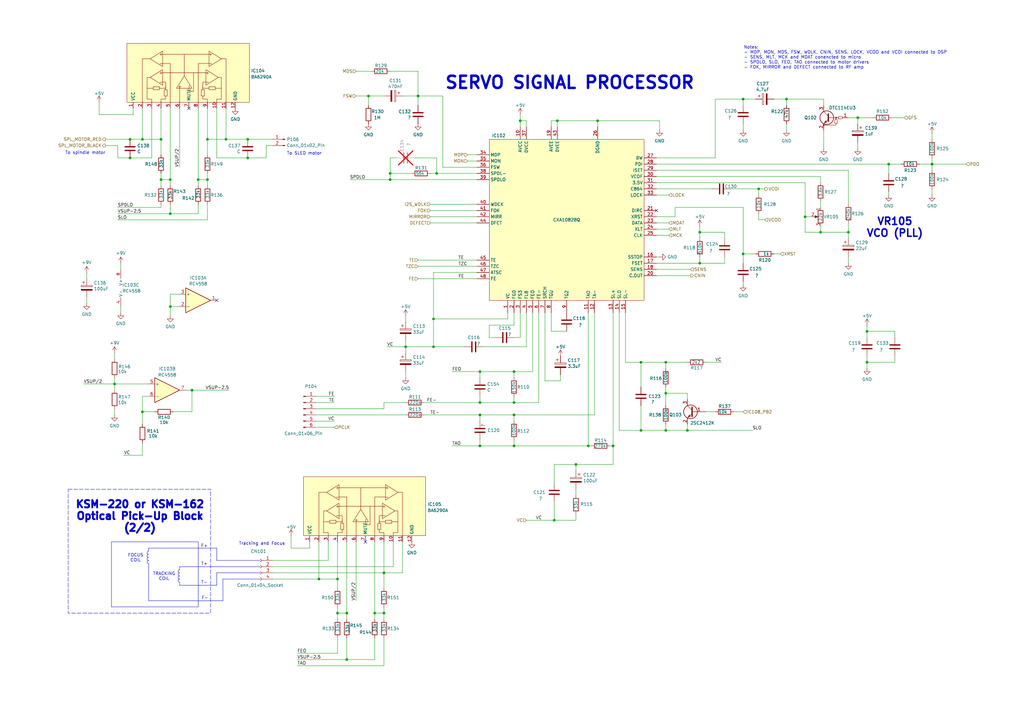
<source format=kicad_sch>
(kicad_sch (version 20231120) (generator "eeschema") (generator_version "8.0")
  (paper "A3")
  (title_block (title "PC-Engine CDR-30A (CD-ROM2) Schematics - MAIN PWR") (date "2024-07-19") (rev "0.2") (company "Author: Regis Galland"))
  (junction (at 210.82 182.88))
  (junction (at 138.43 237.49))
  (junction (at 69.85 87.63))
  (junction (at 287.02 107.95))
  (junction (at 304.8 40.64))
  (junction (at 210.82 165.1))
  (junction (at 166.37 142.24))
  (junction (at 262.89 148.59))
  (junction (at 85.09 57.15))
  (junction (at 228.6 49.53))
  (junction (at 262.89 176.53))
  (junction (at 101.6 64.77))
  (junction (at 196.85 182.88))
  (junction (at 85.09 73.66))
  (junction (at 58.42 168.91))
  (junction (at 153.67 251.46))
  (junction (at 236.22 190.5))
  (junction (at 210.82 152.4))
  (junction (at 160.02 71.12))
  (junction (at 196.85 152.4))
  (junction (at 78.74 160.02))
  (junction (at 138.43 251.46))
  (junction (at 179.07 71.12))
  (junction (at 382.27 67.31))
  (junction (at 355.6 148.59))
  (junction (at 92.71 57.15))
  (junction (at 273.05 148.59))
  (junction (at 177.8 142.24))
  (junction (at 53.34 64.77))
  (junction (at 311.15 77.47))
  (junction (at 130.81 237.49))
  (junction (at 245.11 49.53))
  (junction (at 273.05 161.29))
  (junction (at 171.45 39.37))
  (junction (at 213.36 49.53))
  (junction (at 69.85 125.73))
  (junction (at 177.8 130.81))
  (junction (at 81.28 73.66))
  (junction (at 46.99 157.48))
  (junction (at 151.13 39.37))
  (junction (at 69.85 73.66))
  (junction (at 304.8 104.14))
  (junction (at 330.2 88.9))
  (junction (at 273.05 176.53))
  (junction (at 322.58 40.64))
  (junction (at 53.34 57.15))
  (junction (at 347.98 95.25))
  (junction (at 196.85 165.1))
  (junction (at 196.85 170.18))
  (junction (at 157.48 251.46))
  (junction (at 251.46 182.88))
  (junction (at 364.49 67.31))
  (junction (at 66.04 57.15))
  (junction (at 58.42 57.15))
  (junction (at 142.24 251.46))
  (junction (at 227.33 213.36))
  (junction (at 66.04 73.66))
  (junction (at 241.3 182.88))
  (junction (at 287.02 95.25))
  (junction (at 336.55 95.25))
  (junction (at 157.48 234.95))
  (junction (at 210.82 170.18))
  (junction (at 281.94 176.53))
  (junction (at 351.79 48.26))
  (junction (at 355.6 135.89))
  (junction (at 160.02 73.66))
  (junction (at 101.6 57.15))
  (junction (at 142.24 270.51))
  (no_connect (at 149.86 222.25))
  (no_connect (at 269.24 86.36))
  (no_connect (at 88.9 123.19))
  (no_connect (at 77.47 44.45))
  (wire (pts (xy 332.74 88.9) (xy 330.2 88.9)))
  (wire (pts (xy 48.26 64.77) (xy 48.26 59.69)))
  (polyline (pts (xy 88.9 229.87) (xy 106.68 229.87)))
  (wire (pts (xy 355.6 148.59) (xy 367.03 148.59)))
  (wire (pts (xy 130.81 237.49) (xy 138.43 237.49)))
  (wire (pts (xy 73.66 120.65) (xy 69.85 120.65)))
  (wire (pts (xy 355.6 146.05) (xy 355.6 148.59)))
  (wire (pts (xy 161.29 232.41) (xy 161.29 222.25)))
  (wire (pts (xy 281.94 173.99) (xy 281.94 176.53)))
  (wire (pts (xy 273.05 148.59) (xy 281.94 148.59)))
  (wire (pts (xy 176.53 86.36) (xy 195.58 86.36)))
  (wire (pts (xy 66.04 71.12) (xy 66.04 73.66)))
  (wire (pts (xy 364.49 78.74) (xy 364.49 80.01)))
  (wire (pts (xy 185.42 182.88) (xy 196.85 182.88)))
  (wire (pts (xy 143.51 73.66) (xy 160.02 73.66)))
  (wire (pts (xy 317.5 40.64) (xy 322.58 40.64)))
  (wire (pts (xy 176.53 71.12) (xy 179.07 71.12)))
  (wire (pts (xy 129.54 162.56) (xy 137.16 162.56)))
  (wire (pts (xy 330.2 74.93) (xy 330.2 88.9)))
  (wire (pts (xy 58.42 162.56) (xy 60.96 162.56)))
  (wire (pts (xy 364.49 67.31) (xy 364.49 71.12)))
  (wire (pts (xy 227.33 205.74) (xy 227.33 213.36)))
  (wire (pts (xy 236.22 190.5) (xy 236.22 193.04)))
  (wire (pts (xy 283.21 110.49) (xy 269.24 110.49)))
  (wire (pts (xy 54.61 46.99) (xy 54.61 44.45)))
  (wire (pts (xy 48.26 85.09) (xy 66.04 85.09)))
  (wire (pts (xy 119.38 219.71) (xy 119.38 224.79)))
  (wire (pts (xy 236.22 203.2) (xy 236.22 200.66)))
  (wire (pts (xy 138.43 222.25) (xy 138.43 237.49)))
  (wire (pts (xy 274.32 80.01) (xy 269.24 80.01)))
  (wire (pts (xy 92.71 57.15) (xy 101.6 57.15)))
  (wire (pts (xy 210.82 170.18) (xy 243.84 170.18)))
  (wire (pts (xy 317.5 104.14) (xy 320.04 104.14)))
  (wire (pts (xy 274.32 91.44) (xy 269.24 91.44)))
  (wire (pts (xy 256.54 128.27) (xy 256.54 148.59)))
  (wire (pts (xy 289.56 168.91) (xy 293.37 168.91)))
  (wire (pts (xy 196.85 170.18) (xy 196.85 172.72)))
  (wire (pts (xy 297.18 107.95) (xy 287.02 107.95)))
  (wire (pts (xy 213.36 128.27) (xy 213.36 138.43)))
  (wire (pts (xy 153.67 251.46) (xy 157.48 251.46)))
  (wire (pts (xy 146.05 29.21) (xy 152.4 29.21)))
  (polyline (pts (xy 73.66 238.76) (xy 73.66 240.03)))
  (wire (pts (xy 251.46 128.27) (xy 251.46 182.88)))
  (wire (pts (xy 85.09 63.5) (xy 85.09 57.15)))
  (wire (pts (xy 179.07 71.12) (xy 195.58 71.12)))
  (wire (pts (xy 157.48 165.1) (xy 157.48 167.64)))
  (wire (pts (xy 281.94 161.29) (xy 281.94 163.83)))
  (wire (pts (xy 153.67 222.25) (xy 153.67 251.46)))
  (wire (pts (xy 250.19 182.88) (xy 251.46 182.88)))
  (wire (pts (xy 276.86 85.09) (xy 304.8 85.09)))
  (polyline (pts (xy 91.44 237.49) (xy 91.44 246.38)))
  (wire (pts (xy 46.99 167.64) (xy 46.99 170.18)))
  (wire (pts (xy 270.51 49.53) (xy 245.11 49.53)))
  (wire (pts (xy 43.18 57.15) (xy 53.34 57.15)))
  (wire (pts (xy 66.04 57.15) (xy 66.04 63.5)))
  (wire (pts (xy 336.55 82.55) (xy 336.55 85.09)))
  (wire (pts (xy 210.82 172.72) (xy 210.82 170.18)))
  (wire (pts (xy 367.03 135.89) (xy 355.6 135.89)))
  (wire (pts (xy 157.48 222.25) (xy 157.48 234.95)))
  (wire (pts (xy 365.76 48.26) (xy 370.84 48.26)))
  (wire (pts (xy 53.34 64.77) (xy 48.26 64.77)))
  (wire (pts (xy 396.24 67.31) (xy 382.27 67.31)))
  (wire (pts (xy 304.8 50.8) (xy 304.8 53.34)))
  (wire (pts (xy 171.45 114.3) (xy 195.58 114.3)))
  (wire (pts (xy 336.55 72.39) (xy 336.55 74.93)))
  (wire (pts (xy 48.26 87.63) (xy 69.85 87.63)))
  (wire (pts (xy 226.06 49.53) (xy 228.6 49.53)))
  (wire (pts (xy 299.72 77.47) (xy 311.15 77.47)))
  (wire (pts (xy 347.98 48.26) (xy 351.79 48.26)))
  (wire (pts (xy 35.56 121.92) (xy 35.56 124.46)))
  (wire (pts (xy 269.24 67.31) (xy 364.49 67.31)))
  (wire (pts (xy 58.42 186.69) (xy 58.42 181.61)))
  (wire (pts (xy 210.82 180.34) (xy 210.82 182.88)))
  (wire (pts (xy 173.99 165.1) (xy 196.85 165.1)))
  (wire (pts (xy 227.33 190.5) (xy 227.33 198.12)))
  (wire (pts (xy 274.32 93.98) (xy 269.24 93.98)))
  (wire (pts (xy 213.36 46.99) (xy 213.36 49.53)))
  (wire (pts (xy 226.06 52.07) (xy 226.06 49.53)))
  (wire (pts (xy 129.54 165.1) (xy 137.16 165.1)))
  (wire (pts (xy 129.54 170.18) (xy 166.37 170.18)))
  (wire (pts (xy 129.54 172.72) (xy 137.16 172.72)))
  (wire (pts (xy 311.15 77.47) (xy 313.69 77.47)))
  (wire (pts (xy 121.92 267.97) (xy 138.43 267.97)))
  (wire (pts (xy 215.9 49.53) (xy 213.36 49.53)))
  (wire (pts (xy 111.76 234.95) (xy 157.48 234.95)))
  (wire (pts (xy 101.6 57.15) (xy 111.76 57.15)))
  (wire (pts (xy 347.98 91.44) (xy 347.98 95.25)))
  (wire (pts (xy 119.38 224.79) (xy 127 224.79)))
  (wire (pts (xy 146.05 222.25) (xy 146.05 246.38)))
  (wire (pts (xy 309.88 40.64) (xy 304.8 40.64)))
  (wire (pts (xy 46.99 157.48) (xy 46.99 160.02)))
  (wire (pts (xy 53.34 64.77) (xy 62.23 64.77)))
  (wire (pts (xy 66.04 44.45) (xy 66.04 57.15)))
  (wire (pts (xy 218.44 152.4) (xy 218.44 128.27)))
  (wire (pts (xy 220.98 165.1) (xy 220.98 128.27)))
  (wire (pts (xy 283.21 113.03) (xy 269.24 113.03)))
  (wire (pts (xy 69.85 73.66) (xy 69.85 76.2)))
  (wire (pts (xy 171.45 109.22) (xy 195.58 109.22)))
  (wire (pts (xy 311.15 87.63) (xy 311.15 90.17)))
  (wire (pts (xy 210.82 152.4) (xy 218.44 152.4)))
  (wire (pts (xy 185.42 152.4) (xy 196.85 152.4)))
  (wire (pts (xy 151.13 39.37) (xy 151.13 43.18)))
  (wire (pts (xy 127 224.79) (xy 127 222.25)))
  (wire (pts (xy 245.11 49.53) (xy 245.11 52.07)))
  (wire (pts (xy 355.6 148.59) (xy 355.6 151.13)))
  (wire (pts (xy 304.8 40.64) (xy 293.37 40.64)))
  (wire (pts (xy 297.18 105.41) (xy 297.18 107.95)))
  (polyline (pts (xy 86.36 232.41) (xy 106.68 232.41)))
  (wire (pts (xy 130.81 237.49) (xy 130.81 222.25)))
  (wire (pts (xy 273.05 158.75) (xy 273.05 161.29)))
  (wire (pts (xy 181.61 68.58) (xy 181.61 39.37)))
  (polyline (pts (xy 73.66 240.03) (xy 86.36 240.03)))
  (wire (pts (xy 213.36 49.53) (xy 213.36 52.07)))
  (polyline (pts (xy 73.66 232.41) (xy 73.66 233.68)))
  (wire (pts (xy 347.98 69.85) (xy 347.98 83.82)))
  (polyline (pts (xy 60.96 246.38) (xy 91.44 246.38)))
  (wire (pts (xy 297.18 95.25) (xy 287.02 95.25)))
  (wire (pts (xy 236.22 190.5) (xy 227.33 190.5)))
  (wire (pts (xy 232.41 135.89) (xy 226.06 135.89)))
  (wire (pts (xy 304.8 104.14) (xy 309.88 104.14)))
  (wire (pts (xy 269.24 74.93) (xy 330.2 74.93)))
  (polyline (pts (xy 88.9 240.03) (xy 86.36 240.03)))
  (wire (pts (xy 177.8 142.24) (xy 190.5 142.24)))
  (wire (pts (xy 168.91 71.12) (xy 160.02 71.12)))
  (wire (pts (xy 179.07 64.77) (xy 179.07 71.12)))
  (wire (pts (xy 273.05 176.53) (xy 262.89 176.53)))
  (wire (pts (xy 223.52 128.27) (xy 223.52 156.21)))
  (wire (pts (xy 111.76 232.41) (xy 161.29 232.41)))
  (wire (pts (xy 287.02 95.25) (xy 287.02 97.79)))
  (wire (pts (xy 213.36 138.43) (xy 210.82 138.43)))
  (wire (pts (xy 138.43 237.49) (xy 138.43 241.3)))
  (polyline (pts (xy 91.44 237.49) (xy 106.68 237.49)))
  (wire (pts (xy 304.8 115.57) (xy 304.8 116.84)))
  (wire (pts (xy 92.71 57.15) (xy 92.71 44.45)))
  (wire (pts (xy 43.18 59.69) (xy 48.26 59.69)))
  (wire (pts (xy 287.02 107.95) (xy 287.02 105.41)))
  (wire (pts (xy 196.85 180.34) (xy 196.85 182.88)))
  (wire (pts (xy 62.23 44.45) (xy 62.23 64.77)))
  (wire (pts (xy 157.48 251.46) (xy 157.48 248.92)))
  (wire (pts (xy 176.53 91.44) (xy 195.58 91.44)))
  (polyline (pts (xy 60.96 224.79) (xy 88.9 224.79)))
  (wire (pts (xy 196.85 152.4) (xy 210.82 152.4)))
  (wire (pts (xy 109.22 59.69) (xy 111.76 59.69)))
  (wire (pts (xy 66.04 73.66) (xy 66.04 76.2)))
  (wire (pts (xy 66.04 73.66) (xy 69.85 73.66)))
  (wire (pts (xy 69.85 44.45) (xy 69.85 73.66)))
  (wire (pts (xy 165.1 234.95) (xy 165.1 222.25)))
  (wire (pts (xy 157.48 167.64) (xy 129.54 167.64)))
  (wire (pts (xy 355.6 133.35) (xy 355.6 135.89)))
  (wire (pts (xy 160.02 71.12) (xy 160.02 73.66)))
  (polyline (pts (xy 73.66 232.41) (xy 86.36 232.41)))
  (wire (pts (xy 215.9 128.27) (xy 215.9 142.24)))
  (wire (pts (xy 196.85 165.1) (xy 210.82 165.1)))
  (wire (pts (xy 322.58 40.64) (xy 337.82 40.64)))
  (wire (pts (xy 251.46 190.5) (xy 236.22 190.5)))
  (wire (pts (xy 129.54 175.26) (xy 137.16 175.26)))
  (wire (pts (xy 81.28 44.45) (xy 81.28 73.66)))
  (wire (pts (xy 101.6 64.77) (xy 109.22 64.77)))
  (wire (pts (xy 166.37 142.24) (xy 177.8 142.24)))
  (wire (pts (xy 254 128.27) (xy 254 176.53)))
  (wire (pts (xy 85.09 73.66) (xy 85.09 71.12)))
  (wire (pts (xy 66.04 83.82) (xy 66.04 85.09)))
  (wire (pts (xy 46.99 147.32) (xy 46.99 144.78)))
  (wire (pts (xy 153.67 261.62) (xy 153.67 270.51)))
  (wire (pts (xy 88.9 44.45) (xy 88.9 64.77)))
  (wire (pts (xy 273.05 176.53) (xy 273.05 173.99)))
  (wire (pts (xy 336.55 95.25) (xy 347.98 95.25)))
  (wire (pts (xy 177.8 130.81) (xy 177.8 142.24)))
  (wire (pts (xy 85.09 44.45) (xy 85.09 57.15)))
  (wire (pts (xy 289.56 148.59) (xy 295.91 148.59)))
  (wire (pts (xy 176.53 83.82) (xy 195.58 83.82)))
  (wire (pts (xy 160.02 64.77) (xy 162.56 64.77)))
  (wire (pts (xy 236.22 210.82) (xy 236.22 213.36)))
  (wire (pts (xy 251.46 182.88) (xy 251.46 190.5)))
  (wire (pts (xy 256.54 148.59) (xy 262.89 148.59)))
  (wire (pts (xy 337.82 40.64) (xy 337.82 43.18)))
  (wire (pts (xy 173.99 170.18) (xy 196.85 170.18)))
  (wire (pts (xy 142.24 251.46) (xy 142.24 254)))
  (wire (pts (xy 262.89 148.59) (xy 273.05 148.59)))
  (wire (pts (xy 111.76 237.49) (xy 130.81 237.49)))
  (wire (pts (xy 88.9 64.77) (xy 101.6 64.77)))
  (wire (pts (xy 157.48 261.62) (xy 157.48 273.05)))
  (wire (pts (xy 227.33 213.36) (xy 236.22 213.36)))
  (wire (pts (xy 270.51 105.41) (xy 269.24 105.41)))
  (wire (pts (xy 242.57 182.88) (xy 241.3 182.88)))
  (wire (pts (xy 336.55 92.71) (xy 336.55 95.25)))
  (wire (pts (xy 311.15 90.17) (xy 313.69 90.17)))
  (wire (pts (xy 262.89 148.59) (xy 262.89 158.75)))
  (wire (pts (xy 53.34 57.15) (xy 58.42 57.15)))
  (wire (pts (xy 273.05 161.29) (xy 281.94 161.29)))
  (wire (pts (xy 138.43 251.46) (xy 142.24 251.46)))
  (wire (pts (xy 76.2 160.02) (xy 78.74 160.02)))
  (wire (pts (xy 208.28 128.27) (xy 208.28 130.81)))
  (wire (pts (xy 69.85 83.82) (xy 69.85 87.63)))
  (wire (pts (xy 196.85 165.1) (xy 196.85 162.56)))
  (wire (pts (xy 111.76 229.87) (xy 134.62 229.87)))
  (wire (pts (xy 229.87 156.21) (xy 229.87 153.67)))
  (wire (pts (xy 85.09 90.17) (xy 85.09 83.82)))
  (wire (pts (xy 269.24 69.85) (xy 347.98 69.85)))
  (wire (pts (xy 269.24 107.95) (xy 287.02 107.95)))
  (wire (pts (xy 269.24 72.39) (xy 336.55 72.39)))
  (wire (pts (xy 34.29 157.48) (xy 46.99 157.48)))
  (wire (pts (xy 210.82 152.4) (xy 210.82 154.94)))
  (wire (pts (xy 170.18 64.77) (xy 179.07 64.77)))
  (wire (pts (xy 138.43 261.62) (xy 138.43 267.97)))
  (wire (pts (xy 293.37 40.64) (xy 293.37 64.77)))
  (wire (pts (xy 58.42 162.56) (xy 58.42 168.91)))
  (wire (pts (xy 142.24 270.51) (xy 153.67 270.51)))
  (wire (pts (xy 81.28 73.66) (xy 85.09 73.66)))
  (wire (pts (xy 177.8 130.81) (xy 177.8 111.76)))
  (polyline (pts (xy 88.9 229.87) (xy 88.9 224.79)))
  (wire (pts (xy 171.45 39.37) (xy 181.61 39.37)))
  (wire (pts (xy 171.45 43.18) (xy 171.45 39.37)))
  (wire (pts (xy 191.77 63.5) (xy 195.58 63.5)))
  (wire (pts (xy 382.27 64.77) (xy 382.27 67.31)))
  (wire (pts (xy 304.8 104.14) (xy 304.8 107.95)))
  (wire (pts (xy 336.55 95.25) (xy 330.2 95.25)))
  (wire (pts (xy 176.53 88.9) (xy 195.58 88.9)))
  (wire (pts (xy 274.32 96.52) (xy 269.24 96.52)))
  (wire (pts (xy 69.85 120.65) (xy 69.85 125.73)))
  (wire (pts (xy 40.64 41.91) (xy 40.64 46.99)))
  (wire (pts (xy 210.82 165.1) (xy 220.98 165.1)))
  (wire (pts (xy 276.86 85.09) (xy 276.86 88.9)))
  (wire (pts (xy 166.37 152.4) (xy 166.37 154.94)))
  (wire (pts (xy 157.48 251.46) (xy 157.48 254)))
  (wire (pts (xy 40.64 46.99) (xy 54.61 46.99)))
  (polyline (pts (xy 88.9 234.95) (xy 106.68 234.95)))
  (wire (pts (xy 142.24 222.25) (xy 142.24 251.46)))
  (wire (pts (xy 138.43 251.46) (xy 138.43 254)))
  (polyline (pts (xy 60.96 224.79) (xy 60.96 226.06)))
  (wire (pts (xy 166.37 139.7) (xy 166.37 142.24)))
  (wire (pts (xy 58.42 57.15) (xy 66.04 57.15)))
  (wire (pts (xy 109.22 64.77) (xy 109.22 59.69)))
  (wire (pts (xy 226.06 128.27) (xy 226.06 135.89)))
  (wire (pts (xy 322.58 53.34) (xy 322.58 50.8)))
  (wire (pts (xy 347.98 95.25) (xy 347.98 97.79)))
  (wire (pts (xy 46.99 154.94) (xy 46.99 157.48)))
  (wire (pts (xy 228.6 49.53) (xy 245.11 49.53)))
  (wire (pts (xy 358.14 48.26) (xy 351.79 48.26)))
  (wire (pts (xy 69.85 125.73) (xy 69.85 129.54)))
  (wire (pts (xy 337.82 60.96) (xy 337.82 53.34)))
  (wire (pts (xy 166.37 129.54) (xy 166.37 132.08)))
  (wire (pts (xy 160.02 71.12) (xy 160.02 64.77)))
  (wire (pts (xy 142.24 261.62) (xy 142.24 270.51)))
  (wire (pts (xy 229.87 156.21) (xy 223.52 156.21)))
  (wire (pts (xy 166.37 142.24) (xy 166.37 144.78)))
  (wire (pts (xy 151.13 39.37) (xy 157.48 39.37)))
  (wire (pts (xy 121.92 273.05) (xy 157.48 273.05)))
  (wire (pts (xy 304.8 40.64) (xy 304.8 43.18)))
  (wire (pts (xy 382.27 67.31) (xy 382.27 69.85)))
  (wire (pts (xy 215.9 52.07) (xy 215.9 49.53)))
  (wire (pts (xy 171.45 29.21) (xy 160.02 29.21)))
  (wire (pts (xy 347.98 105.41) (xy 347.98 107.95)))
  (wire (pts (xy 364.49 67.31) (xy 369.57 67.31)))
  (wire (pts (xy 196.85 182.88) (xy 210.82 182.88)))
  (wire (pts (xy 241.3 128.27) (xy 241.3 182.88)))
  (wire (pts (xy 63.5 168.91) (xy 58.42 168.91)))
  (wire (pts (xy 50.8 186.69) (xy 58.42 186.69)))
  (wire (pts (xy 177.8 130.81) (xy 208.28 130.81)))
  (wire (pts (xy 93.98 160.02) (xy 78.74 160.02)))
  (wire (pts (xy 276.86 88.9) (xy 269.24 88.9)))
  (wire (pts (xy 198.12 142.24) (xy 215.9 142.24)))
  (wire (pts (xy 273.05 148.59) (xy 273.05 151.13)))
  (wire (pts (xy 355.6 135.89) (xy 355.6 138.43)))
  (wire (pts (xy 49.53 125.73) (xy 49.53 128.27)))
  (wire (pts (xy 262.89 176.53) (xy 254 176.53)))
  (wire (pts (xy 367.03 135.89) (xy 367.03 138.43)))
  (wire (pts (xy 81.28 87.63) (xy 81.28 83.82)))
  (polyline (pts (xy 60.96 232.41) (xy 60.96 246.38)))
  (wire (pts (xy 171.45 39.37) (xy 165.1 39.37)))
  (wire (pts (xy 177.8 111.76) (xy 195.58 111.76)))
  (wire (pts (xy 171.45 106.68) (xy 195.58 106.68)))
  (wire (pts (xy 377.19 67.31) (xy 382.27 67.31)))
  (wire (pts (xy 146.05 39.37) (xy 151.13 39.37)))
  (wire (pts (xy 297.18 95.25) (xy 297.18 97.79)))
  (wire (pts (xy 228.6 49.53) (xy 228.6 52.07)))
  (wire (pts (xy 367.03 148.59) (xy 367.03 146.05)))
  (wire (pts (xy 210.82 133.35) (xy 200.66 133.35)))
  (wire (pts (xy 195.58 68.58) (xy 181.61 68.58)))
  (wire (pts (xy 311.15 77.47) (xy 311.15 80.01)))
  (wire (pts (xy 215.9 213.36) (xy 227.33 213.36)))
  (wire (pts (xy 273.05 161.29) (xy 273.05 166.37)))
  (wire (pts (xy 351.79 48.26) (xy 351.79 50.8)))
  (wire (pts (xy 85.09 57.15) (xy 92.71 57.15)))
  (wire (pts (xy 382.27 54.61) (xy 382.27 57.15)))
  (wire (pts (xy 196.85 170.18) (xy 210.82 170.18)))
  (wire (pts (xy 330.2 88.9) (xy 330.2 95.25)))
  (wire (pts (xy 85.09 73.66) (xy 85.09 76.2)))
  (wire (pts (xy 269.24 64.77) (xy 293.37 64.77)))
  (wire (pts (xy 243.84 128.27) (xy 243.84 170.18)))
  (wire (pts (xy 269.24 77.47) (xy 292.1 77.47)))
  (wire (pts (xy 58.42 168.91) (xy 58.42 173.99)))
  (wire (pts (xy 69.85 87.63) (xy 81.28 87.63)))
  (wire (pts (xy 300.99 168.91) (xy 304.8 168.91)))
  (wire (pts (xy 35.56 111.76) (xy 35.56 114.3)))
  (wire (pts (xy 200.66 138.43) (xy 203.2 138.43)))
  (wire (pts (xy 304.8 85.09) (xy 304.8 104.14)))
  (wire (pts (xy 69.85 125.73) (xy 73.66 125.73)))
  (wire (pts (xy 138.43 248.92) (xy 138.43 251.46)))
  (wire (pts (xy 157.48 241.3) (xy 157.48 234.95)))
  (wire (pts (xy 46.99 157.48) (xy 60.96 157.48)))
  (wire (pts (xy 157.48 165.1) (xy 166.37 165.1)))
  (polyline (pts (xy 88.9 234.95) (xy 88.9 240.03)))
  (wire (pts (xy 351.79 60.96) (xy 351.79 58.42)))
  (wire (pts (xy 81.28 73.66) (xy 81.28 76.2)))
  (wire (pts (xy 287.02 92.71) (xy 287.02 95.25)))
  (wire (pts (xy 157.48 234.95) (xy 165.1 234.95)))
  (wire (pts (xy 78.74 168.91) (xy 71.12 168.91)))
  (wire (pts (xy 160.02 73.66) (xy 195.58 73.66)))
  (wire (pts (xy 78.74 160.02) (xy 78.74 168.91)))
  (wire (pts (xy 281.94 176.53) (xy 273.05 176.53)))
  (wire (pts (xy 58.42 44.45) (xy 58.42 57.15)))
  (wire (pts (xy 200.66 133.35) (xy 200.66 138.43)))
  (wire (pts (xy 48.26 90.17) (xy 85.09 90.17)))
  (wire (pts (xy 322.58 43.18) (xy 322.58 40.64)))
  (wire (pts (xy 262.89 166.37) (xy 262.89 176.53)))
  (wire (pts (xy 210.82 128.27) (xy 210.82 133.35)))
  (wire (pts (xy 210.82 162.56) (xy 210.82 165.1)))
  (wire (pts (xy 191.77 66.04) (xy 195.58 66.04)))
  (wire (pts (xy 382.27 77.47) (xy 382.27 80.01)))
  (wire (pts (xy 73.66 44.45) (xy 73.66 68.58)))
  (wire (pts (xy 196.85 152.4) (xy 196.85 154.94)))
  (wire (pts (xy 210.82 182.88) (xy 241.3 182.88)))
  (wire (pts (xy 158.75 142.24) (xy 166.37 142.24)))
  (polyline (pts (xy 60.96 231.14) (xy 60.96 232.41)))
  (wire (pts (xy 153.67 251.46) (xy 153.67 254)))
  (wire (pts (xy 270.51 53.34) (xy 270.51 49.53)))
  (wire (pts (xy 121.92 270.51) (xy 142.24 270.51)))
  (wire (pts (xy 134.62 229.87) (xy 134.62 222.25)))
  (wire (pts (xy 49.53 107.95) (xy 49.53 110.49)))
  (wire (pts (xy 308.61 176.53) (xy 281.94 176.53)))
  (wire (pts (xy 171.45 29.21) (xy 171.45 39.37)))
  (arc (start 60.96 231.14) (mid 60.325 230.505) (end 60.96 229.87))
  (arc (start 73.66 234.95) (mid 73.025 234.315) (end 73.66 233.68))
  (arc (start 73.66 238.76) (mid 73.025 238.125) (end 73.66 237.49))
  (arc (start 60.96 227.33) (mid 60.325 226.695) (end 60.96 226.06))
  (arc (start 60.96 229.87) (mid 60.325 229.235) (end 60.96 228.6))
  (arc (start 73.66 237.49) (mid 73.025 236.855) (end 73.66 236.22))
  (rectangle (start 27.94 200.66) (end 86.36 251.46) (stroke (width 0) (type dash)))
  (arc (start 73.66 236.22) (mid 73.025 235.585) (end 73.66 234.95))
  (rectangle (start 45.72 222.25) (end 81.28 248.92))
  (arc (start 60.96 228.6) (mid 60.325 227.965) (end 60.96 227.33))
  (text "T-" (at 83.82 239.014 0) (effects (font (size 1.27 1.27))))
  (text "To SLED motor\n" (at 117.602 63.754 0) (effects (font (size 1.27 1.27)) (justify left bottom)))
  (text "Notes:\n- MDP, MON, MDS, FSW, WDLK, CNIN, SENS, LOCK, VCOO and VCOI connected to DSP\n- SENS, MLT, MCK and MDAT conencted to micro\n- SPDLO, SLO, FEO, TAO connected to motor drivers\n- FOK, MIRROR and DEFECT connected to RF amp" (at 305.054 23.622 0) (effects (font (size 1.27 1.27)) (justify left)))
  (text "SERVO SIGNAL PROCESSOR" (at 233.68 34.036 0) (effects (font (size 5 5) (thickness 1) (bold yes))))
  (text "T+" (at 83.82 231.394 0) (effects (font (size 1.27 1.27))))
  (text "KSM-220 or KSM-162\nOptical Pick-Up Block\n(2/2)" (at 57.404 211.836 0) (effects (font (size 3 3) (thickness 1) (bold yes))))
  (text "F-" (at 84.074 245.364 0) (effects (font (size 1.27 1.27))))
  (text "TRACKING\nCOIL" (at 67.31 236.474 0) (effects (font (size 1.27 1.27))))
  (text "FOCUS\nCOIL" (at 55.626 228.854 0) (effects (font (size 1.27 1.27))))
  (text "To spindle motor\n" (at 26.67 63.5 0) (effects (font (size 1.27 1.27)) (justify left bottom)))
  (text "F+" (at 83.82 224.028 0) (effects (font (size 1.27 1.27))))
  (text "Tracking and Focus\n" (at 97.917 223.774 0) (effects (font (size 1.27 1.27)) (justify left bottom)))
  (text "VR105\nVCO (PLL)\n" (at 367.03 97.536 0) (effects (font (size 3 3) (thickness 0.6) (bold yes)) (justify bottom)))
  (label "FEO" (at 121.92 267.97 0))
  (label "FEO" (at 185.42 152.4 0))
  (label "VSUP{slash}2" (at 146.05 246.38 90))
  (label "VC" (at 137.16 172.72 180))
  (label "VSUP-2.5" (at 121.92 270.51 0))
  (label "FE" (at 137.16 162.56 180))
  (label "SLO" (at 48.26 90.17 0))
  (label "TAO" (at 121.92 273.05 0))
  (label "TE" (at 137.16 165.1 180))
  (label "VC" (at 158.75 142.24 0))
  (label "SLO" (at 308.61 176.53 0))
  (label "FE" (at 187.96 114.3 0))
  (label "VSUP{slash}2" (at 73.66 68.58 90))
  (label "VC" (at 295.91 148.59 180))
  (label "VSUP{slash}2" (at 34.29 157.48 0))
  (label "VSUP-2.5" (at 48.26 87.63 0))
  (label "FE-" (at 179.07 165.1 180))
  (label "TE" (at 187.96 106.68 0))
  (label "VSUP-2.5" (at 93.98 160.02 180))
  (label "VC" (at 50.8 186.69 0))
  (label "SPDLO" (at 48.26 85.09 0))
  (label "SPDLO" (at 143.51 73.66 0))
  (label "TZC" (at 187.96 109.22 0))
  (label "TE-" (at 180.34 170.18 180))
  (label "VC" (at 219.71 213.36 0))
  (label "TAO" (at 185.42 182.88 0))
  (hierarchical_label "PDO" (shape input) (at 396.24 67.31 0))
  (hierarchical_label "MON" (shape input) (at 191.77 66.04 180))
  (hierarchical_label "GFS" (shape input) (at 370.84 48.26 0))
  (hierarchical_label "SENS" (shape input) (at 283.21 110.49 0))
  (hierarchical_label "VCOI" (shape output) (at 313.69 77.47 0))
  (hierarchical_label "FSW" (shape input) (at 146.05 39.37 180))
  (hierarchical_label "IC108_PB2" (shape input) (at 304.8 168.91 0))
  (hierarchical_label "MCK" (shape input) (at 274.32 96.52 0))
  (hierarchical_label "DEFECT" (shape input) (at 176.53 91.44 180))
  (hierarchical_label "CNIN" (shape output) (at 283.21 113.03 0))
  (hierarchical_label "MDS" (shape input) (at 146.05 29.21 180))
  (hierarchical_label "FOK" (shape input) (at 176.53 86.36 180))
  (hierarchical_label "MDAT" (shape input) (at 274.32 91.44 0))
  (hierarchical_label "MLT" (shape input) (at 274.32 93.98 0))
  (hierarchical_label "TE" (shape input) (at 171.45 106.68 180))
  (hierarchical_label "XRST" (shape input) (at 320.04 104.14 0))
  (hierarchical_label "SPL_MOTOR_RED" (shape output) (at 43.18 57.15 180))
  (hierarchical_label "LOCK" (shape input) (at 274.32 80.01 0))
  (hierarchical_label "I2S_WDLK" (shape input) (at 176.53 83.82 180))
  (hierarchical_label "SPL_MOTOR_BLACK" (shape output) (at 43.18 59.69 180))
  (hierarchical_label "PCLK" (shape input) (at 137.16 175.26 0))
  (hierarchical_label "MDP" (shape input) (at 191.77 63.5 180))
  (hierarchical_label "MIRROR" (shape input) (at 176.53 88.9 180))
  (hierarchical_label "VCOO" (shape input) (at 313.69 90.17 0))
  (hierarchical_label "VC" (shape input) (at 215.9 213.36 180))
  (hierarchical_label "FE" (shape input) (at 171.45 114.3 180))
  (hierarchical_label "TZC" (shape input) (at 171.45 109.22 180))
  (symbol (lib_id "Device:R") (at 157.48 245.11 0) (mirror x) (unit 1)
    (property "Reference" "R151" (at 163.83 245.11 0) (effects (justify right)))
    (property "Value" "33k" (at 157.48 246.761 90) (effects (justify right)))
    (property "Footprint" "Resistor_SMD:R_0603_1608Metric" (effects (hide yes)))
  )
  (symbol (lib_id "power:GND") (at 168.91 222.25 0) (unit 1)
    (property "Reference" "#PWR0109" (effects (hide yes)))
    (property "Value" "GND" (at 168.91 226.6934 0))
    (property "Description" "Power symbol creates a global label with name \"GND\" , ground" (effects (hide yes)))
  )
  (symbol (lib_id "Device:C") (at 304.8 111.76 180) (unit 1)
    (property "Reference" "C125" (at 309.88 110.236 0))
    (property "Value" "?" (at 310.388 113.03 0))
    (property "Footprint" "Capacitor_SMD:C_0603_1608Metric" (effects (hide yes)))
  )
  (symbol (lib_id "Device:R") (at 287.02 101.6 0) (mirror y) (unit 1)
    (property "Reference" "R118" (at 280.162 101.6 0) (effects (justify right)))
    (property "Value" "510k" (at 287.02 99.314 90) (effects (justify right)))
    (property "Footprint" "Resistor_SMD:R_0603_1608Metric" (effects (hide yes)))
  )
  (symbol (lib_id "PC-Engine_CDR-30:2SC2412K") (at 284.48 168.91 0) (mirror y) (unit 1)
    (property "Reference" "Q103" (at 279.6286 170.1222 0) (effects (justify left)))
    (property "Value" "2SC2412K" (at 293.116 173.482 0) (effects (justify left)))
    (property "Footprint" "Package_TO_SOT_SMD:SOT-23" (effects (hide yes)))
    (property "Datasheet" "https://fscdn.rohm.com/en/products/databook/datasheet/discrete/transistor/bipolar/2sc4617e3-e.pdf" (effects (hide yes)))
    (property "Description" "NPN transistor, base/emitter/collector, makring BR22, SOT-23" (effects (hide yes)))
    (property "Sim.Device" "PNP" (effects (hide yes)))
    (property "Sim.Type" "GUMMELPOON" (effects (hide yes)))
    (property "Sim.Pins" "1=C 2=B 3=E" (effects (hide yes)))
  )
  (symbol (lib_id "power:GND") (at 351.79 60.96 0) (mirror y) (unit 1)
    (property "Reference" "#PWR071" (effects (hide yes)))
    (property "Value" "GND" (at 351.79 65.4034 0))
    (property "Description" "Power symbol creates a global label with name \"GND\" , ground" (effects (hide yes)))
  )
  (symbol (lib_id "Device:C") (at 207.01 138.43 270) (unit 1)
    (property "Reference" "C115" (at 207.01 134.62 90))
    (property "Value" "?" (at 209.042 137.16 90))
    (property "Footprint" "Capacitor_SMD:C_0603_1608Metric" (effects (hide yes)))
  )
  (symbol (lib_id "Device:R") (at 285.75 148.59 90) (unit 1)
    (property "Reference" "R117" (at 283.21 150.876 90) (effects (justify right)))
    (property "Value" "2k2" (at 283.718 148.59 90) (effects (justify right)))
    (property "Footprint" "Resistor_SMD:R_0603_1608Metric" (effects (hide yes)))
  )
  (symbol (lib_id "Device:R") (at 142.24 257.81 0) (mirror x) (unit 1)
    (property "Reference" "R145" (at 148.59 256.54 0) (effects (justify right)))
    (property "Value" "33k" (at 142.494 259.588 90) (effects (justify right)))
    (property "Footprint" "Resistor_SMD:R_0603_1608Metric" (effects (hide yes)))
  )
  (symbol (lib_id "power:GND") (at 35.56 124.46 0) (unit 1)
    (property "Reference" "#PWR0114" (effects (hide yes)))
    (property "Value" "GND" (at 35.56 128.9034 0))
    (property "Description" "Power symbol creates a global label with name \"GND\" , ground" (effects (hide yes)))
  )
  (symbol (lib_id "Device:R") (at 153.67 257.81 180) (unit 1)
    (property "Reference" "R144" (at 147.32 259.334 0) (effects (justify right)))
    (property "Value" "33k" (at 153.67 259.334 90) (effects (justify right)))
    (property "Footprint" "Resistor_SMD:R_0603_1608Metric" (effects (hide yes)))
  )
  (symbol (lib_id "power:GND") (at 382.27 80.01 0) (unit 1)
    (property "Reference" "#PWR077" (effects (hide yes)))
    (property "Value" "GND" (at 382.27 84.4534 0))
    (property "Description" "Power symbol creates a global label with name \"GND\" , ground" (effects (hide yes)))
  )
  (symbol (lib_id "Device:C") (at 196.85 176.53 0) (mirror y) (unit 1)
    (property "Reference" "C120" (at 202.438 176.53 0))
    (property "Value" "?" (at 198.12 174.498 90))
    (property "Footprint" "Capacitor_SMD:C_0603_1608Metric" (effects (hide yes)))
  )
  (symbol (lib_id "Device:R") (at 138.43 257.81 180) (unit 1)
    (property "Reference" "R133" (at 132.08 257.81 0) (effects (justify right)))
    (property "Value" "33k" (at 138.43 259.334 90) (effects (justify right)))
    (property "Footprint" "Resistor_SMD:R_0603_1608Metric" (effects (hide yes)))
  )
  (symbol (lib_id "Device:R") (at 273.05 154.94 180) (unit 1)
    (property "Reference" "R116" (at 266.446 155.194 0) (effects (justify right)))
    (property "Value" "100k" (at 273.05 157.226 90) (effects (justify right)))
    (property "Footprint" "Resistor_SMD:R_0603_1608Metric" (effects (hide yes)))
  )
  (symbol (lib_id "Device:C") (at 304.8 46.99 0) (mirror x) (unit 1)
    (property "Reference" "C126" (at 299.72 45.466 0))
    (property "Value" "?" (at 299.212 48.26 0))
    (property "Footprint" "Capacitor_SMD:C_0603_1608Metric" (effects (hide yes)))
  )
  (symbol (lib_id "power:GND") (at 270.51 105.41 90) (unit 1)
    (property "Reference" "#PWR079" (effects (hide yes)))
    (property "Value" "GND" (at 273.685 105.41 90) (effects (justify right)))
    (property "Description" "Power symbol creates a global label with name \"GND\" , ground" (effects (hide yes)))
  )
  (symbol (lib_id "Device:C_Polarized") (at 229.87 149.86 0) (unit 1)
    (property "Reference" "C117" (at 232.791 147.7588 0) (effects (justify left)))
    (property "Value" "3.3uF" (at 232.791 150.1831 0) (effects (justify left)))
    (property "Footprint" "Capacitor_SMD:CP_Elec_4x5.4" (effects (hide yes)))
  )
  (symbol (lib_id "Device:C_Polarized") (at 166.37 135.89 0) (unit 1)
    (property "Reference" "C113" (at 169.291 133.7888 0) (effects (justify left)))
    (property "Value" "33uF" (at 169.291 136.2131 0) (effects (justify left)))
    (property "Footprint" "Capacitor_SMD:CP_Elec_5x5.4" (effects (hide yes)))
    (property "Description" "Polarized capacitor" (effects (hide yes)))
  )
  (symbol (lib_id "Device:R") (at 85.09 80.01 0) (mirror x) (unit 1)
    (property "Reference" "R136" (at 91.44 80.01 0) (effects (justify right)))
    (property "Value" "33k" (at 85.09 81.534 90) (effects (justify right)))
    (property "Footprint" "Resistor_SMD:R_0603_1608Metric" (effects (hide yes)))
  )
  (symbol (lib_id "Device:R") (at 46.99 151.13 0) (mirror x) (unit 1)
    (property "Reference" "R146" (at 53.594 150.368 0) (effects (justify right)))
    (property "Value" "10k" (at 52.07 152.4 0) (effects (justify right)))
    (property "Footprint" "Resistor_SMD:R_0603_1608Metric" (effects (hide yes)))
  )
  (symbol (lib_id "Device:R") (at 170.18 170.18 90) (unit 1)
    (property "Reference" "R113" (at 167.64 167.894 90) (effects (justify right)))
    (property "Value" "220k" (at 167.894 170.18 90) (effects (justify right)))
    (property "Footprint" "Resistor_SMD:R_0603_1608Metric" (effects (hide yes)))
  )
  (symbol (lib_id "Device:R") (at 336.55 78.74 180) (unit 1)
    (property "Reference" "R127" (at 338.074 78.74 0) (effects (justify right)))
    (property "Value" "3.6k" (at 336.55 80.772 90) (effects (justify right)))
    (property "Footprint" "Resistor_SMD:R_0603_1608Metric" (effects (hide yes)))
  )
  (symbol (lib_id "Device:R_Potentiometer") (at 336.55 88.9 0) (mirror y) (unit 1)
    (property "Reference" "VR105" (at 340.868 88.9 0))
    (property "Value" "22k" (at 336.55 88.9 90))
  )
  (symbol (lib_id "Device:C") (at 101.6 60.96 0) (mirror y) (unit 1)
    (property "Reference" "C137" (at 98.679 59.7478 0) (effects (justify left)))
    (property "Value" "C" (at 98.679 62.1721 0) (effects (justify left)))
    (property "Footprint" "Capacitor_SMD:C_0603_1608Metric" (effects (hide yes)))
  )
  (symbol (lib_id "Device:R") (at 361.95 48.26 270) (mirror x) (unit 1)
    (property "Reference" "R152" (at 364.49 45.72 90) (effects (justify right)))
    (property "Value" "10k" (at 363.728 48.26 90) (effects (justify right)))
    (property "Footprint" "Resistor_SMD:R_0603_1608Metric" (effects (hide yes)))
  )
  (symbol (lib_id "Device:R") (at 210.82 176.53 0) (mirror x) (unit 1)
    (property "Reference" "R112" (at 217.17 176.784 0) (effects (justify right)))
    (property "Value" "100k" (at 210.82 178.816 90) (effects (justify right)))
    (property "Footprint" "Resistor_SMD:R_0603_1608Metric" (effects (hide yes)))
  )
  (symbol (lib_id "Device:R") (at 297.18 168.91 90) (mirror x) (unit 1)
    (property "Reference" "R137" (at 294.64 166.624 90) (effects (justify right)))
    (property "Value" "10k" (at 294.64 168.91 90) (effects (justify right)))
    (property "Footprint" "Resistor_SMD:R_0603_1608Metric" (effects (hide yes)))
  )
  (symbol (lib_id "Device:R") (at 170.18 165.1 90) (unit 1)
    (property "Reference" "R111" (at 167.64 162.814 90) (effects (justify right)))
    (property "Value" "220k" (at 167.894 165.1 90) (effects (justify right)))
    (property "Footprint" "Resistor_SMD:R_0603_1608Metric" (effects (hide yes)))
  )
  (symbol (lib_id "Device:R") (at 66.04 67.31 180) (unit 1)
    (property "Reference" "R148" (at 59.436 67.31 0) (effects (justify right)))
    (property "Value" "33k" (at 66.04 68.961 90) (effects (justify right)))
    (property "Footprint" "Resistor_SMD:R_0603_1608Metric" (effects (hide yes)))
  )
  (symbol (lib_id "Connector:Conn_01x04_Socket") (at 106.68 232.41 0) (mirror y) (unit 1)
    (property "Reference" "CN101" (at 106.045 226.094 0))
    (property "Value" "Conn_01x04_Socket" (at 106.68 240.03 0))
    (property "Footprint" "Connector_FFC-FPC:TE_84952-4_1x04-1MP_P1.0mm_Horizontal" (effects (hide yes)))
    (property "Description" "Generic connector, single row, 01x04, script generated" (effects (hide yes)))
  )
  (symbol (lib_id "Device:C") (at 262.89 162.56 0) (mirror y) (unit 1)
    (property "Reference" "C123" (at 268.478 162.56 0))
    (property "Value" "?" (at 267.716 164.846 0))
    (property "Footprint" "Capacitor_SMD:C_0603_1608Metric" (effects (hide yes)))
  )
  (symbol (lib_id "power:+5V") (at 382.27 54.61 0) (unit 1)
    (property "Reference" "#PWR069" (effects (hide yes)))
    (property "Value" "+5V" (at 382.27 50.8 0))
    (property "Description" "Power symbol creates a global label with name \"+5V\"" (effects (hide yes)))
  )
  (symbol (lib_id "Device:C") (at 196.85 158.75 0) (unit 1)
    (property "Reference" "C154" (at 199.771 157.5378 0) (effects (justify left)))
    (property "Value" "C" (at 199.771 159.9621 0) (effects (justify left)))
    (property "Footprint" "Capacitor_SMD:C_0603_1608Metric" (effects (hide yes)))
  )
  (symbol (lib_id "power:+9V") (at 49.53 107.95 0) (unit 1)
    (property "Reference" "#PWR0112" (effects (hide yes)))
    (property "Value" "+9V" (at 49.53 103.8169 0))
    (property "Description" "Power symbol creates a global label with name \"+9V\"" (effects (hide yes)))
  )
  (symbol (lib_id "Device:C_Polarized") (at 313.69 40.64 90) (mirror x) (unit 1)
    (property "Reference" "C127" (at 312.801 34.3365 90))
    (property "Value" "4.7uF" (at 312.801 36.7608 90))
    (property "Footprint" "Capacitor_SMD:CP_Elec_4x5.4" (effects (hide yes)))
  )
  (symbol (lib_id "power:+5V") (at 229.87 146.05 0) (unit 1)
    (property "Reference" "#PWR0110" (effects (hide yes)))
    (property "Value" "+5V" (at 229.87 142.24 0))
    (property "Description" "Power symbol creates a global label with name \"+5V\"" (effects (hide yes)))
  )
  (symbol (lib_id "power:GND") (at 337.82 60.96 0) (mirror y) (unit 1)
    (property "Reference" "#PWR070" (effects (hide yes)))
    (property "Value" "GND" (at 337.82 65.4034 0))
    (property "Description" "Power symbol creates a global label with name \"GND\" , ground" (effects (hide yes)))
  )
  (symbol (lib_id "Device:R") (at 210.82 158.75 180) (unit 1)
    (property "Reference" "R110" (at 212.09 158.75 0) (effects (justify right)))
    (property "Value" "150k" (at 210.82 161.29 90) (effects (justify right)))
    (property "Footprint" "Resistor_SMD:R_0603_1608Metric" (effects (hide yes)))
  )
  (symbol (lib_id "Connector:Conn_01x02_Pin") (at 116.84 57.15 0) (mirror y) (unit 1)
    (property "Reference" "P106" (at 117.5512 57.2078 0) (effects (justify right)))
    (property "Value" "Conn_01x02_Pin" (at 117.5512 59.6321 0) (effects (justify right)))
    (property "Description" "Generic connector, single row, 01x02, script generated" (effects (hide yes)))
  )
  (symbol (lib_id "Device:R") (at 151.13 46.99 0) (mirror x) (unit 1)
    (property "Reference" "R130" (at 157.48 45.72 0) (effects (justify right)))
    (property "Value" "1M" (at 156.21 48.26 0) (effects (justify right)))
    (property "Footprint" "Resistor_SMD:R_0603_1608Metric" (effects (hide yes)))
  )
  (symbol (lib_id "Device:R") (at 138.43 245.11 180) (unit 1)
    (property "Reference" "R150" (at 131.826 245.11 0) (effects (justify right)))
    (property "Value" "33k" (at 138.43 246.761 90) (effects (justify right)))
    (property "Footprint" "Resistor_SMD:R_0603_1608Metric" (effects (hide yes)))
  )
  (symbol (lib_id "Device:R") (at 373.38 67.31 270) (unit 1)
    (property "Reference" "R123" (at 375.92 69.85 90) (effects (justify right)))
    (property "Value" "10k" (at 375.158 67.31 90) (effects (justify right)))
    (property "Footprint" "Resistor_SMD:R_0603_1608Metric" (effects (hide yes)))
  )
  (symbol (lib_id "Device:C_Polarized") (at 166.37 148.59 0) (unit 1)
    (property "Reference" "C114" (at 169.291 146.4888 0) (effects (justify left)))
    (property "Value" "33uF" (at 169.291 148.9131 0) (effects (justify left)))
    (property "Footprint" "Capacitor_SMD:CP_Elec_5x5.4" (effects (hide yes)))
    (property "Description" "Polarized capacitor" (effects (hide yes)))
  )
  (symbol (lib_id "Device:R") (at 69.85 80.01 0) (mirror x) (unit 1)
    (property "Reference" "R143" (at 76.2 78.486 0) (effects (justify right)))
    (property "Value" "33k" (at 69.85 81.788 90) (effects (justify right)))
    (property "Footprint" "Resistor_SMD:R_0603_1608Metric" (effects (hide yes)))
  )
  (symbol (lib_id "Device:R") (at 157.48 257.81 0) (mirror x) (unit 1)
    (property "Reference" "R134" (at 163.83 257.81 0) (effects (justify right)))
    (property "Value" "33k" (at 157.48 259.334 90) (effects (justify right)))
    (property "Footprint" "Resistor_SMD:R_0603_1608Metric" (effects (hide yes)))
  )
  (symbol (lib_id "Device:C") (at 232.41 132.08 180) (unit 1)
    (property "Reference" "C118" (at 237.49 130.556 0))
    (property "Value" "?" (at 237.998 133.35 0))
    (property "Footprint" "Capacitor_SMD:C_0603_1608Metric" (effects (hide yes)))
  )
  (symbol (lib_id "Device:R") (at 382.27 73.66 180) (unit 1)
    (property "Reference" "R124" (at 384.048 73.66 0) (effects (justify right)))
    (property "Value" "100k" (at 382.27 75.946 90) (effects (justify right)))
    (property "Footprint" "Resistor_SMD:R_0603_1608Metric" (effects (hide yes)))
  )
  (symbol (lib_id "PC-Engine_CDR-30:CXA1082BQ") (at 232.41 90.17 0) (unit 1)
    (property "Reference" "IC102" (at 201.676 55.626 0) (effects (justify left)))
    (property "Value" "CXA1082BQ" (at 232.41 90.17 0))
    (property "Footprint" "CDR-30A:LQFP-48_12x12mm_P0.8mm" (effects (hide yes)))
  )
  (symbol (lib_id "power:+9V") (at 35.56 111.76 0) (unit 1)
    (property "Reference" "#PWR0113" (effects (hide yes)))
    (property "Value" "+9V" (at 35.56 107.6269 0))
    (property "Description" "Power symbol creates a global label with name \"+9V\"" (effects (hide yes)))
  )
  (symbol (lib_id "Device:C_Polarized") (at 35.56 118.11 0) (unit 1)
    (property "Reference" "C136" (at 38.481 116.0088 0) (effects (justify left)))
    (property "Value" "100uF" (at 38.481 118.4331 0) (effects (justify left)))
    (property "Footprint" "Capacitor_SMD:CP_Elec_5x5.4" (effects (hide yes)))
  )
  (symbol (lib_id "power:+5V") (at 166.37 129.54 0) (unit 1)
    (property "Reference" "#PWR083" (effects (hide yes)))
    (property "Value" "+5V" (at 166.37 125.73 0))
    (property "Description" "Power symbol creates a global label with name \"+5V\"" (effects (hide yes)))
  )
  (symbol (lib_id "Device:C") (at 364.49 74.93 180) (unit 1)
    (property "Reference" "C128" (at 369.57 73.406 0))
    (property "Value" "?" (at 370.078 76.2 0))
    (property "Footprint" "Capacitor_SMD:C_0603_1608Metric" (effects (hide yes)))
  )
  (symbol (lib_id "power:GND") (at 270.51 53.34 0) (unit 1)
    (property "Reference" "#PWR066" (effects (hide yes)))
    (property "Value" "GND" (at 270.51 57.7834 0))
    (property "Description" "Power symbol creates a global label with name \"GND\" , ground" (effects (hide yes)))
  )
  (symbol (lib_id "power:+5V") (at 213.36 46.99 0) (unit 1)
    (property "Reference" "#PWR061" (effects (hide yes)))
    (property "Value" "+5V" (at 213.36 43.18 0))
    (property "Description" "Power symbol creates a global label with name \"+5V\"" (effects (hide yes)))
  )
  (symbol (lib_id "power:GND") (at 322.58 53.34 0) (mirror y) (unit 1)
    (property "Reference" "#PWR068" (effects (hide yes)))
    (property "Value" "GND" (at 322.58 57.7834 0))
    (property "Description" "Power symbol creates a global label with name \"GND\" , ground" (effects (hide yes)))
  )
  (symbol (lib_id "power:GND") (at 49.53 128.27 0) (unit 1)
    (property "Reference" "#PWR0115" (effects (hide yes)))
    (property "Value" "GND" (at 49.53 132.7134 0))
    (property "Description" "Power symbol creates a global label with name \"GND\" , ground" (effects (hide yes)))
  )
  (symbol (lib_id "power:GND") (at 46.99 170.18 0) (unit 1)
    (property "Reference" "#PWR0120" (effects (hide yes)))
    (property "Value" "GND" (at 46.99 174.6234 0))
    (property "Description" "Power symbol creates a global label with name \"GND\" , ground" (effects (hide yes)))
  )
  (symbol (lib_id "Device:R") (at 172.72 71.12 90) (unit 1)
    (property "Reference" "R131" (at 170.18 68.834 90) (effects (justify right)))
    (property "Value" "56k" (at 170.434 71.12 90) (effects (justify right)))
    (property "Footprint" "Resistor_SMD:R_0603_1608Metric" (effects (hide yes)))
  )
  (symbol (lib_id "Device:R") (at 382.27 60.96 180) (unit 1)
    (property "Reference" "R125" (at 384.048 60.96 0) (effects (justify right)))
    (property "Value" "100k" (at 382.27 63.246 90) (effects (justify right)))
    (property "Footprint" "Resistor_SMD:R_0603_1608Metric" (effects (hide yes)))
  )
  (symbol (lib_id "Amplifier_Operational:RC4558") (at 52.07 118.11 0) (unit 3)
    (property "Reference" "IC103" (at 50.165 116.8978 0) (effects (justify left)))
    (property "Value" "RC4558" (at 50.165 119.3221 0) (effects (justify left)))
    (property "Footprint" "Package_SO:SOIC-8_3.9x4.9mm_P1.27mm" (effects (hide yes)))
    (property "Datasheet" "http://www.ti.com/lit/ds/symlink/rc4558.pdf" (effects (hide yes)))
  )
  (symbol (lib_id "power:GND") (at 347.98 107.95 0) (unit 1)
    (property "Reference" "#PWR080" (effects (hide yes)))
    (property "Value" "GND" (at 347.98 112.3934 0))
    (property "Description" "Power symbol creates a global label with name \"GND\" , ground" (effects (hide yes)))
  )
  (symbol (lib_id "power:GND") (at 171.45 50.8 0) (unit 1)
    (property "Reference" "#PWR065" (effects (hide yes)))
    (property "Value" "GND" (at 171.45 55.2434 0))
    (property "Description" "Power symbol creates a global label with name \"GND\" , ground" (effects (hide yes)))
  )
  (symbol (lib_id "power:GND") (at 69.85 129.54 0) (unit 1)
    (property "Reference" "#PWR0116" (effects (hide yes)))
    (property "Value" "GND" (at 69.85 133.9834 0))
    (property "Description" "Power symbol creates a global label with name \"GND\" , ground" (effects (hide yes)))
  )
  (symbol (lib_id "PC-Engine_CDR-30:DTC114EU3") (at 339.09 48.26 0) (mirror y) (unit 1)
    (property "Reference" "Q102" (at 335.026 48.26 0) (effects (justify left)))
    (property "Value" "DTC114EU3" (at 351.028 44.196 0) (effects (justify left)))
    (property "Footprint" "Package_TO_SOT_SMD:SOT-23" (effects (hide yes)))
    (property "Datasheet" "https://fscdn.rohm.com/en/products/databook/datasheet/discrete/transistor/digital/dtc114ee3-e.pdf" (effects (hide yes)))
    (property "Description" "NPN bias resistor transistor, base/emitter/collector, 10k, 10k, marking 2421" (effects (hide yes)))
    (property "Sim.Device" "PNP" (effects (hide yes)))
    (property "Sim.Type" "GUMMELPOON" (effects (hide yes)))
    (property "Sim.Pins" "1=C 2=B 3=E" (effects (hide yes)))
  )
  (symbol (lib_id "power:GND") (at 166.37 154.94 0) (unit 1)
    (property "Reference" "#PWR0111" (effects (hide yes)))
    (property "Value" "GND" (at 166.37 159.3834 0))
    (property "Description" "Power symbol creates a global label with name \"GND\" , ground" (effects (hide yes)))
  )
  (symbol (lib_id "power:+5V") (at 40.64 41.91 0) (unit 1)
    (property "Reference" "#PWR0118" (effects (hide yes)))
    (property "Value" "+5V" (at 40.64 38.3342 0))
    (property "Description" "Power symbol creates a global label with name \"+5V\"" (effects (hide yes)))
  )
  (symbol (lib_id "PC-Engine_CDR-30:BA6290A") (at 71.12 41.91 0) (unit 1)
    (property "Reference" "IC104" (at 102.9462 29.0103 0) (effects (justify left)))
    (property "Value" "BA6290A" (at 102.9462 31.5472 0) (effects (justify left)))
    (property "Footprint" "TerminalBlock_TE-Connectivity:TerminalBlock_TE_1-282834-2_1x12_P2.54mm_Horizontal" (effects (hide yes)))
    (property "Datasheet" "https://wiki.console5.com/tw/images/4/42/BA6290A.pdf" (effects (hide yes)))
    (property "Description" "Power driver for CD players" (effects (hide yes)))
  )
  (symbol (lib_id "Device:R") (at 58.42 177.8 0) (mirror y) (unit 1)
    (property "Reference" "R141" (at 60.198 176.784 0) (effects (justify right)))
    (property "Value" "10k" (at 60.96 178.816 0) (effects (justify right)))
    (property "Footprint" "Resistor_SMD:R_0603_1608Metric" (effects (hide yes)))
  )
  (symbol (lib_id "Device:R") (at 347.98 87.63 0) (unit 1)
    (property "Reference" "R126" (at 354.33 87.63 0) (effects (justify right)))
    (property "Value" "240k" (at 347.98 85.344 90) (effects (justify right)))
    (property "Footprint" "Resistor_SMD:R_0603_1608Metric" (effects (hide yes)))
  )
  (symbol (lib_id "power:+9V") (at 46.99 144.78 0) (unit 1)
    (property "Reference" "#PWR0117" (effects (hide yes)))
    (property "Value" "+9V" (at 46.99 140.6469 0))
    (property "Description" "Power symbol creates a global label with name \"+9V\"" (effects (hide yes)))
  )
  (symbol (lib_id "Device:C_Polarized") (at 161.29 39.37 270) (unit 1)
    (property "Reference" "C131" (at 162.179 33.0665 90))
    (property "Value" "470nF" (at 162.179 35.4908 90))
    (property "Footprint" "Capacitor_SMD:C_0603_1608Metric" (effects (hide yes)))
  )
  (symbol (lib_id "Device:C") (at 297.18 101.6 0) (mirror x) (unit 1)
    (property "Reference" "C124" (at 292.1 100.076 0))
    (property "Value" "?" (at 291.592 102.87 0))
    (property "Footprint" "Capacitor_SMD:C_0603_1608Metric" (effects (hide yes)))
  )
  (symbol (lib_id "Device:C") (at 355.6 142.24 0) (mirror x) (unit 1)
    (property "Reference" "C119" (at 350.52 140.716 0))
    (property "Value" "?" (at 350.012 143.51 0))
    (property "Footprint" "Capacitor_SMD:C_0603_1608Metric" (effects (hide yes)))
  )
  (symbol (lib_id "power:GND") (at 364.49 80.01 0) (unit 1)
    (property "Reference" "#PWR072" (effects (hide yes)))
    (property "Value" "GND" (at 364.49 84.4534 0))
    (property "Description" "Power symbol creates a global label with name \"GND\" , ground" (effects (hide yes)))
  )
  (symbol (lib_id "power:GND") (at 151.13 50.8 0) (unit 1)
    (property "Reference" "#PWR064" (effects (hide yes)))
    (property "Value" "GND" (at 151.13 55.2434 0))
    (property "Description" "Power symbol creates a global label with name \"GND\" , ground" (effects (hide yes)))
  )
  (symbol (lib_id "Amplifier_Operational:RC4558") (at 68.58 160.02 0) (unit 2)
    (property "Reference" "IC103" (at 68.58 151.2402 0))
    (property "Value" "RC4558" (at 68.58 153.7771 0))
    (property "Footprint" "Package_SO:SOIC-8_3.9x4.9mm_P1.27mm" (effects (hide yes)))
    (property "Datasheet" "http://www.ti.com/lit/ds/symlink/rc4558.pdf" (effects (hide yes)))
  )
  (symbol (lib_id "Device:C") (at 171.45 46.99 0) (mirror x) (unit 1)
    (property "Reference" "C132" (at 168.5291 45.7778 0) (effects (justify right)))
    (property "Value" "?" (at 168.5291 48.2021 0) (effects (justify right)))
    (property "Footprint" "Capacitor_SMD:C_0603_1608Metric" (effects (hide yes)))
  )
  (symbol (lib_id "Device:R") (at 322.58 46.99 180) (unit 1)
    (property "Reference" "R122" (at 316.23 45.72 0) (effects (justify right)))
    (property "Value" "47k" (at 322.58 48.514 90) (effects (justify right)))
    (property "Footprint" "Resistor_SMD:R_0603_1608Metric" (effects (hide yes)))
  )
  (symbol (lib_id "Device:C") (at 194.31 142.24 270) (unit 1)
    (property "Reference" "C116" (at 194.31 138.43 90))
    (property "Value" "?" (at 196.342 140.97 90))
    (property "Footprint" "Capacitor_SMD:C_0603_1608Metric" (effects (hide yes)))
  )
  (symbol (lib_id "Device:R") (at 156.21 29.21 90) (unit 1)
    (property "Reference" "R129" (at 153.67 26.924 90) (effects (justify right)))
    (property "Value" "20k" (at 153.924 29.21 90) (effects (justify right)))
    (property "Footprint" "Resistor_SMD:R_0603_1608Metric" (effects (hide yes)))
  )
  (symbol (lib_id "power:+5V") (at 287.02 92.71 0) (unit 1)
    (property "Reference" "#PWR078" (effects (hide yes)))
    (property "Value" "+5V" (at 287.02 88.9 0))
    (property "Description" "Power symbol creates a global label with name \"+5V\"" (effects (hide yes)))
  )
  (symbol (lib_id "Amplifier_Operational:RC4558") (at 81.28 123.19 0) (unit 1)
    (property "Reference" "IC103" (at 81.28 113.9655 0))
    (property "Value" "RC4558" (at 81.28 116.3898 0))
    (property "Footprint" "Package_SO:SOIC-8_3.9x4.9mm_P1.27mm" (effects (hide yes)))
    (property "Datasheet" "http://www.ti.com/lit/ds/symlink/rc4558.pdf" (effects (hide yes)))
  )
  (symbol (lib_id "power:+5V") (at 119.38 219.71 0) (unit 1)
    (property "Reference" "#PWR0104" (effects (hide yes)))
    (property "Value" "+5V" (at 119.38 216.1342 0))
    (property "Description" "Power symbol creates a global label with name \"+5V\"" (effects (hide yes)))
  )
  (symbol (lib_id "Device:R") (at 85.09 67.31 0) (mirror x) (unit 1)
    (property "Reference" "R149" (at 91.44 67.31 0) (effects (justify right)))
    (property "Value" "33k" (at 85.09 68.961 90) (effects (justify right)))
    (property "Footprint" "Resistor_SMD:R_0603_1608Metric" (effects (hide yes)))
  )
  (symbol (lib_id "Connector:Conn_01x06_Pin") (at 124.46 167.64 0) (unit 1)
    (property "Reference" "P104" (at 127.508 158.496 0))
    (property "Value" "Conn_01x06_Pin" (at 124.46 177.8 0))
    (property "Description" "Generic connector, single row, 01x06, script generated" (effects (hide yes)))
  )
  (symbol (lib_id "Device:R") (at 67.31 168.91 270) (mirror x) (unit 1)
    (property "Reference" "R140" (at 69.85 171.196 90) (effects (justify right)))
    (property "Value" "10k" (at 69.088 173.228 90) (effects (justify right)))
    (property "Footprint" "Resistor_SMD:R_0603_1608Metric" (effects (hide yes)))
  )
  (symbol (lib_id "PC-Engine_CDR-30:BA6290A") (at 143.51 219.71 0) (unit 1)
    (property "Reference" "IC105" (at 175.3362 206.8103 0) (effects (justify left)))
    (property "Value" "BA6290A" (at 175.3362 209.3472 0) (effects (justify left)))
    (property "Footprint" "TerminalBlock_TE-Connectivity:TerminalBlock_TE_1-282834-2_1x12_P2.54mm_Horizontal" (effects (hide yes)))
    (property "Datasheet" "https://wiki.console5.com/tw/images/4/42/BA6290A.pdf" (effects (hide yes)))
    (property "Description" "Power driver for CD players" (effects (hide yes)))
  )
  (symbol (lib_id "power:GND") (at 355.6 151.13 0) (mirror y) (unit 1)
    (property "Reference" "#PWR084" (effects (hide yes)))
    (property "Value" "GND" (at 355.6 155.5734 0))
    (property "Description" "Power symbol creates a global label with name \"GND\" , ground" (effects (hide yes)))
  )
  (symbol (lib_id "Device:R") (at 311.15 83.82 180) (unit 1)
    (property "Reference" "R128" (at 313.182 83.82 0) (effects (justify right)))
    (property "Value" "10k" (at 311.15 85.598 90) (effects (justify right)))
    (property "Footprint" "Resistor_SMD:R_0603_1608Metric" (effects (hide yes)))
  )
  (symbol (lib_id "power:+5V") (at 355.6 133.35 0) (unit 1)
    (property "Reference" "#PWR081" (effects (hide yes)))
    (property "Value" "+5V" (at 355.6 129.54 0))
    (property "Description" "Power symbol creates a global label with name \"+5V\"" (effects (hide yes)))
  )
  (symbol (lib_id "Device:C_Polarized") (at 236.22 196.85 0) (mirror y) (unit 1)
    (property "Reference" "C122" (at 239.141 194.7488 0) (effects (justify right)))
    (property "Value" "100uF" (at 239.141 197.1731 0) (effects (justify right)))
    (property "Footprint" "Capacitor_SMD:CP_Elec_5x5.4" (effects (hide yes)))
    (property "Description" "Polarized capacitor" (effects (hide yes)))
  )
  (symbol (lib_id "Device:R") (at 66.04 80.01 180) (unit 1)
    (property "Reference" "R132" (at 59.182 80.01 0) (effects (justify right)))
    (property "Value" "33k" (at 66.04 81.534 90) (effects (justify right)))
    (property "Footprint" "Resistor_SMD:R_0603_1608Metric" (effects (hide yes)))
  )
  (symbol (lib_id "Device:C") (at 367.03 142.24 0) (mirror x) (unit 1)
    (property "Reference" "C133" (at 361.95 140.716 0))
    (property "Value" "?" (at 361.442 143.51 0))
    (property "Footprint" "Capacitor_SMD:C_0603_1608Metric" (effects (hide yes)))
  )
  (symbol (lib_id "power:GND") (at 304.8 53.34 0) (mirror y) (unit 1)
    (property "Reference" "#PWR067" (effects (hide yes)))
    (property "Value" "GND" (at 304.8 57.7834 0))
    (property "Description" "Power symbol creates a global label with name \"GND\" , ground" (effects (hide yes)))
  )
  (symbol (lib_id "Device:C_Polarized") (at 351.79 54.61 0) (mirror y) (unit 1)
    (property "Reference" "C139" (at 354.711 52.5088 0) (effects (justify right)))
    (property "Value" "1uF" (at 354.711 54.9331 0) (effects (justify right)))
    (property "Footprint" "Capacitor_SMD:C_0603_1608Metric" (effects (hide yes)))
    (property "Description" "Polarized capacitor" (effects (hide yes)))
  )
  (symbol (lib_id "Device:C") (at 166.37 64.77 270) (unit 1) (dnp yes)
    (property "Reference" "C134" (at 164.846 59.69 0))
    (property "Value" "?" (at 167.64 59.182 0))
    (property "Footprint" "Capacitor_SMD:C_0603_1608Metric" (effects (hide yes)))
  )
  (symbol (lib_id "Device:R") (at 46.99 163.83 0) (mirror x) (unit 1)
    (property "Reference" "R147" (at 53.594 162.814 0) (effects (justify right)))
    (property "Value" "10k" (at 52.07 165.1 0) (effects (justify right)))
    (property "Footprint" "Resistor_SMD:R_0603_1608Metric" (effects (hide yes)))
  )
  (symbol (lib_id "Device:R") (at 81.28 80.01 180) (unit 1)
    (property "Reference" "R142" (at 74.676 81.28 0) (effects (justify right)))
    (property "Value" "33k" (at 81.28 81.534 90) (effects (justify right)))
    (property "Footprint" "Resistor_SMD:R_0603_1608Metric" (effects (hide yes)))
  )
  (symbol (lib_id "Device:C") (at 227.33 201.93 0) (unit 1)
    (property "Reference" "C121" (at 221.234 201.93 0))
    (property "Value" "?" (at 221.742 204.47 0))
    (property "Footprint" "Capacitor_SMD:C_0603_1608Metric" (effects (hide yes)))
  )
  (symbol (lib_id "Device:R") (at 273.05 170.18 0) (mirror x) (unit 1)
    (property "Reference" "R138" (at 271.272 170.18 0) (effects (justify right)))
    (property "Value" "100k" (at 273.05 172.466 90) (effects (justify right)))
    (property "Footprint" "Resistor_SMD:R_0603_1608Metric" (effects (hide yes)))
  )
  (symbol (lib_id "Device:R") (at 246.38 182.88 270) (unit 1)
    (property "Reference" "R114" (at 248.92 180.594 90) (effects (justify right)))
    (property "Value" "270k" (at 248.666 182.88 90) (effects (justify right)))
    (property "Footprint" "Resistor_SMD:R_0603_1608Metric" (effects (hide yes)))
  )
  (symbol (lib_id "Device:R") (at 313.69 104.14 270) (unit 1)
    (property "Reference" "R120" (at 316.23 106.68 90) (effects (justify right)))
    (property "Value" "1k" (at 315.468 104.14 90) (effects (justify right)))
    (property "Footprint" "Resistor_SMD:R_0603_1608Metric" (effects (hide yes)))
  )
  (symbol (lib_id "Device:R") (at 236.22 207.01 0) (mirror y) (unit 1)
    (property "Reference" "R115" (at 237.998 206.756 0) (effects (justify right)))
    (property "Value" "33k" (at 236.22 205.232 90) (effects (justify right)))
    (property "Footprint" "Resistor_SMD:R_0603_1608Metric" (effects (hide yes)))
  )
  (symbol (lib_id "Device:C") (at 295.91 77.47 270) (mirror x) (unit 1)
    (property "Reference" "C130" (at 299.72 76.454 90))
    (property "Value" "?" (at 298.704 79.502 90))
    (property "Footprint" "Capacitor_SMD:C_0603_1608Metric" (effects (hide yes)))
  )
  (symbol (lib_id "power:GND") (at 96.52 44.45 0) (unit 1)
    (property "Reference" "#PWR0119" (effects (hide yes)))
    (property "Value" "GND" (at 96.52 48.8934 0))
    (property "Description" "Power symbol creates a global label with name \"GND\" , ground" (effects (hide yes)))
  )
  (symbol (lib_id "Device:C") (at 53.34 60.96 0) (unit 1)
    (property "Reference" "C138" (at 56.261 59.7478 0) (effects (justify left)))
    (property "Value" "C" (at 56.261 62.1721 0) (effects (justify left)))
    (property "Footprint" "Capacitor_SMD:C_0603_1608Metric" (effects (hide yes)))
  )
  (symbol (lib_id "power:GND") (at 304.8 116.84 0) (unit 1)
    (property "Reference" "#PWR082" (effects (hide yes)))
    (property "Value" "GND" (at 304.8 121.2834 0))
    (property "Description" "Power symbol creates a global label with name \"GND\" , ground" (effects (hide yes)))
  )
  (symbol (lib_id "Device:C_Polarized") (at 347.98 101.6 0) (unit 1)
    (property "Reference" "C129" (at 350.901 99.4988 0) (effects (justify left)))
    (property "Value" "22uF" (at 350.901 101.9231 0) (effects (justify left)))
    (property "Footprint" "Capacitor_SMD:CP_Elec_5x5.4" (effects (hide yes)))
    (property "Description" "Polarized capacitor" (effects (hide yes)))
  )
)
</source>
